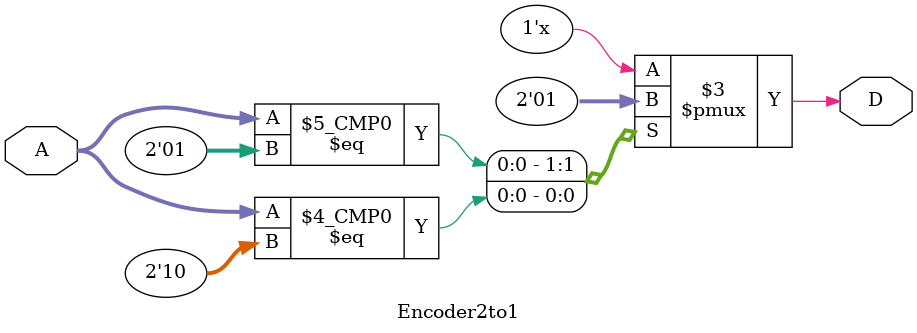
<source format=v>
/*module Encoder8to3(A, D);
    input [7:0] A;
    output wire [2:0] D;
    
    assign D[0] = A[1] | A[3] | A[5] | A[7];
    assign D[1] = A[2] | A[3] | A[6] | A[7];
    assign D[2] = A[4] | A[5] | A[6] | A[7];

endmodule*/

module Encoder8to3 (
    input [7:0] A,  // 8 input lines
    output reg [2:0] D  // 3 output lines
);

always @(*) begin
    case (A)
        8'b00000001: D = 3'b000;
        8'b00000010: D = 3'b001;
        8'b00000100: D = 3'b010;
        8'b00001000: D = 3'b011;
        8'b00010000: D = 3'b100;
        8'b00100000: D = 3'b101;
        8'b01000000: D = 3'b110;
        8'b10000000: D = 3'b111;
        default: D = 3'bxxx; // For invalid or multiple inputs
    endcase
end
endmodule

/*module Encoder4to2(
    input [3:0] A,
    output reg [1:0] D
);
 always @(*) begin
    case (A)
        4'b0001: D = 2'b00;
        4'b0010: D = 2'b01;
        4'b0100: D = 2'b10;
        4'b1000: D = 2'b11;
        default: D = 2'bxx; // For invalid or multiple inputs
    endcase
end
endmodule*/

module Encoder4to2(A, D);
    input[3:0] A;
    output wire[1:0] D;
    
    assign D[0] = A[1] | A[3];
    assign D[1] = A[2] | A[3];

endmodule    

module Encoder2to1(
    input [1:0] A,
    output reg D
);
 always @(*) begin
    case (A)
        2'b01: D = 1'b0;
        2'b10: D = 1'b1;
        default: D = 1'bx; // For invalid or multiple inputs
    endcase
end
endmodule

</source>
